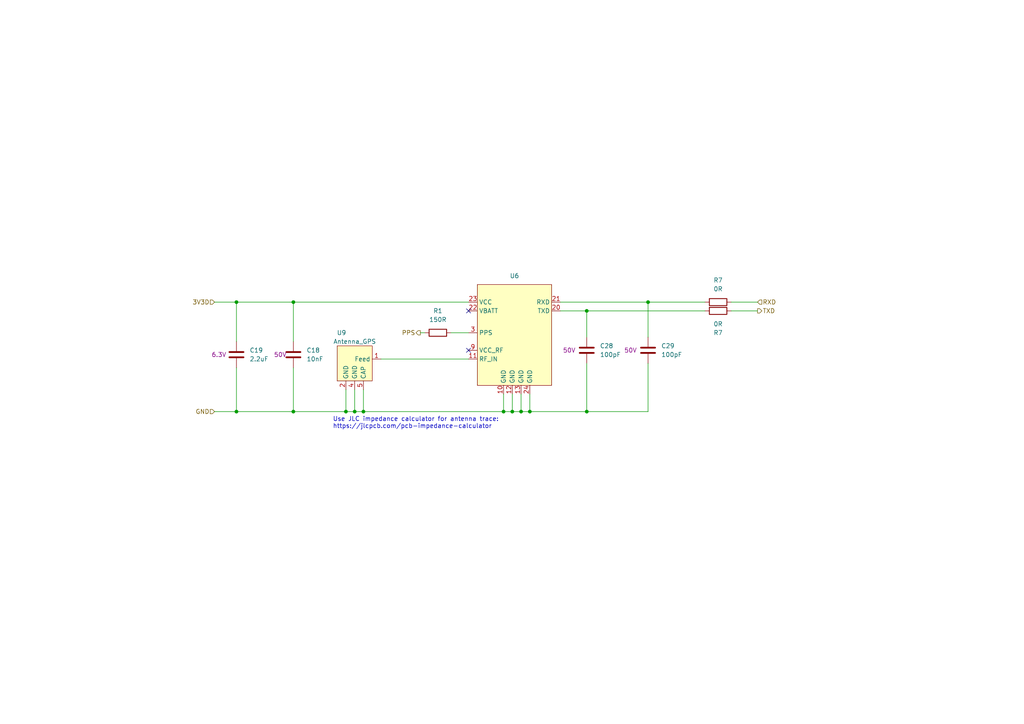
<source format=kicad_sch>
(kicad_sch (version 20230121) (generator eeschema)
  (paper "A4")
  (lib_symbols
    (symbol "Device:C" (pin_numbers hide) (pin_names (offset 0.254))
      (property "Reference" "C" (at 0.635 2.54 0))
      (property "Value" "C" (at 0.635 -2.54 0))
      (symbol "C_0_1"
        (polyline (pts (xy -2.032 -0.762) (xy 2.032 -0.762)) (stroke (width 0.508)))
        (polyline (pts (xy -2.032 0.762) (xy 2.032 0.762)) (stroke (width 0.508)))
      )
      (symbol "C_1_1"
        (pin passive line (at 0 3.81 270) (length 2.794) (name "~") (number "1"))
        (pin passive line (at 0 -3.81 90) (length 2.794) (name "~") (number "2"))
      )
    )
    (symbol "Device:R" (pin_numbers hide) (pin_names (offset 0))
      (property "Reference" "R" (at 2.032 0 90))
      (property "Value" "R" (at 0 0 90))
      (symbol "R_0_1"
        (rectangle (start -1.016 -2.54) (end 1.016 2.54) (stroke (width 0.254)))
      )
      (symbol "R_1_1"
        (pin passive line (at 0 3.81 270) (length 1.27) (name "~") (number "1"))
        (pin passive line (at 0 -3.81 90) (length 1.27) (name "~") (number "2"))
      )
    )
    (symbol "my_library:1582AT54A0045"
      (property "Reference" "U" (at 0 5.08 0))
      (symbol "1582AT54A0045_1_1"
        (rectangle (start -5.08 3.81) (end 5.08 -6.35) (fill (type background)))
        (pin input line (at 7.62 0 180) (length 2.54) (name "Feed") (number "1"))
        (pin input line (at -2.54 -8.89 90) (length 2.54) (name "GND") (number "2"))
        (pin no_connect line (at -11.43 1.27 0) (length 2.54) hide (name "NC") (number "3"))
        (pin input line (at 0 -8.89 90) (length 2.54) (name "GND") (number "4"))
        (pin input line (at 2.54 -8.89 90) (length 2.54) (name "CAP") (number "5"))
      )
    )
    (symbol "my_library:YIC31612EBGG"
      (property "Reference" "U" (at 0 12.7 0))
      (symbol "YIC31612EBGG_1_1"
        (rectangle (start -11.43 11.43) (end 10.16 -17.78) (fill (type background)))
        (pin no_connect line (at 0 -2.54 180) (length 2.54) hide (name "NC") (number "1"))
        (pin power_in line (at -3.81 -20.32 90) (length 2.54) (name "GND") (number "10"))
        (pin input line (at -13.97 -10.16 0) (length 2.54) (name "RF_IN") (number "11"))
        (pin power_in line (at -1.27 -20.32 90) (length 2.54) (name "GND") (number "12"))
        (pin power_in line (at 1.27 -20.32 90) (length 2.54) (name "GND") (number "13"))
        (pin no_connect line (at 0 -2.54 180) (length 2.54) hide (name "NC") (number "14"))
        (pin no_connect line (at 0 -2.54 180) (length 2.54) hide (name "NC") (number "15"))
        (pin no_connect line (at 0 -2.54 180) (length 2.54) hide (name "NC") (number "16"))
        (pin no_connect line (at 0 -2.54 180) (length 2.54) hide (name "NC") (number "17"))
        (pin no_connect line (at 0 -2.54 180) (length 2.54) hide (name "NC") (number "18"))
        (pin no_connect line (at 0 -2.54 180) (length 2.54) hide (name "NC") (number "19"))
        (pin no_connect line (at 0 -2.54 180) (length 2.54) hide (name "NC") (number "2"))
        (pin output line (at 12.7 3.81 180) (length 2.54) (name "TXD") (number "20"))
        (pin input line (at 12.7 6.35 180) (length 2.54) (name "RXD") (number "21"))
        (pin power_in line (at -13.97 3.81 0) (length 2.54) (name "VBATT") (number "22"))
        (pin power_in line (at -13.97 6.35 0) (length 2.54) (name "VCC") (number "23"))
        (pin power_in line (at 3.81 -20.32 90) (length 2.54) (name "GND") (number "24"))
        (pin output line (at -13.97 -2.54 0) (length 2.54) (name "PPS") (number "3"))
        (pin no_connect line (at 0 -2.54 180) (length 2.54) hide (name "NC") (number "4"))
        (pin no_connect line (at 0 -2.54 180) (length 2.54) hide (name "NC") (number "5"))
        (pin no_connect line (at 0 -2.54 180) (length 2.54) hide (name "NC") (number "6"))
        (pin no_connect line (at 0 -2.54 180) (length 2.54) hide (name "NC") (number "7"))
        (pin no_connect line (at 0 -2.54 180) (length 2.54) hide (name "NC") (number "8"))
        (pin output line (at -13.97 -7.62 0) (length 2.54) (name "VCC_RF") (number "9"))
      )
    )
  )
  (junction (at 85.09 119.38))
  (junction (at 85.09 87.63))
  (junction (at 105.41 119.38))
  (junction (at 68.58 119.38))
  (junction (at 148.59 119.38))
  (junction (at 151.13 119.38))
  (junction (at 153.67 119.38))
  (junction (at 146.05 119.38))
  (junction (at 170.18 90.17))
  (junction (at 187.96 87.63))
  (junction (at 170.18 119.38))
  (junction (at 68.58 87.63))
  (junction (at 100.33 119.38))
  (junction (at 102.87 119.38))
  (no_connect (at 135.89 90.17))
  (no_connect (at 135.89 101.6))
  (wire (pts (xy 153.67 119.38) (xy 170.18 119.38)))
  (wire (pts (xy 105.41 119.38) (xy 146.05 119.38)))
  (wire (pts (xy 151.13 119.38) (xy 153.67 119.38)))
  (wire (pts (xy 162.56 87.63) (xy 187.96 87.63)))
  (wire (pts (xy 212.09 90.17) (xy 219.71 90.17)))
  (wire (pts (xy 170.18 90.17) (xy 170.18 97.79)))
  (wire (pts (xy 187.96 119.38) (xy 187.96 105.41)))
  (wire (pts (xy 62.23 87.63) (xy 68.58 87.63)))
  (wire (pts (xy 102.87 119.38) (xy 105.41 119.38)))
  (wire (pts (xy 148.59 119.38) (xy 151.13 119.38)))
  (wire (pts (xy 62.23 119.38) (xy 68.58 119.38)))
  (wire (pts (xy 170.18 119.38) (xy 170.18 105.41)))
  (wire (pts (xy 110.49 104.14) (xy 135.89 104.14)))
  (wire (pts (xy 100.33 119.38) (xy 102.87 119.38)))
  (wire (pts (xy 68.58 87.63) (xy 85.09 87.63)))
  (wire (pts (xy 85.09 106.68) (xy 85.09 119.38)))
  (wire (pts (xy 148.59 119.38) (xy 148.59 114.3)))
  (wire (pts (xy 121.92 96.52) (xy 123.19 96.52)))
  (wire (pts (xy 100.33 113.03) (xy 100.33 119.38)))
  (wire (pts (xy 146.05 119.38) (xy 148.59 119.38)))
  (wire (pts (xy 153.67 119.38) (xy 153.67 114.3)))
  (wire (pts (xy 170.18 90.17) (xy 204.47 90.17)))
  (wire (pts (xy 68.58 106.68) (xy 68.58 119.38)))
  (wire (pts (xy 85.09 87.63) (xy 135.89 87.63)))
  (wire (pts (xy 102.87 113.03) (xy 102.87 119.38)))
  (wire (pts (xy 85.09 119.38) (xy 100.33 119.38)))
  (wire (pts (xy 212.09 87.63) (xy 219.71 87.63)))
  (wire (pts (xy 187.96 87.63) (xy 204.47 87.63)))
  (wire (pts (xy 162.56 90.17) (xy 170.18 90.17)))
  (wire (pts (xy 170.18 119.38) (xy 187.96 119.38)))
  (wire (pts (xy 68.58 99.06) (xy 68.58 87.63)))
  (wire (pts (xy 151.13 119.38) (xy 151.13 114.3)))
  (wire (pts (xy 85.09 99.06) (xy 85.09 87.63)))
  (wire (pts (xy 187.96 87.63) (xy 187.96 97.79)))
  (wire (pts (xy 68.58 119.38) (xy 85.09 119.38)))
  (wire (pts (xy 130.81 96.52) (xy 135.89 96.52)))
  (wire (pts (xy 105.41 113.03) (xy 105.41 119.38)))
  (wire (pts (xy 146.05 119.38) (xy 146.05 114.3)))
  (text "Use JLC impedance calculator for antenna trace:\nhttps://jlcpcb.com/pcb-impedance-calculator" (at 96.52 124.46 0) (effects (font (size 1.27 1.27)) (justify left bottom)))
  (hierarchical_label "GND" (shape input) (at 62.23 119.38 180))
  (hierarchical_label "PPS" (shape output) (at 121.92 96.52 180))
  (hierarchical_label "TXD" (shape output) (at 219.71 90.17 0))
  (hierarchical_label "3V3D" (shape input) (at 62.23 87.63 180))
  (hierarchical_label "RXD" (shape input) (at 219.71 87.63 0))
  (symbol (lib_id "Device:C") (at 170.18 101.6 0) (unit 1)
    (property "Reference" "C28" (at 173.99 100.33 0) (effects (justify left)))
    (property "Value" "100pF" (at 173.99 102.87 0) (effects (justify left)))
    (property "Footprint" "Capacitor_SMD:C_0402_1005Metric" (effects hide))
    (property "Datasheet" "https://wmsc.lcsc.com/wmsc/upload/file/pdf/v2/lcsc/2304140030_FH--Guangdong-Fenghua-Advanced-Tech-0402CG101J500NT_C1546.pdf" (effects hide))
    (property "Manufacturer PN" "0402CG101J500NT" (effects hide))
    (property "Supplier PN" "C1546" (effects hide))
    (property "Supplier" "JLC" (effects hide))
    (property "Voltage" "50V" (at 165.1 101.6 0))
  )
  (symbol (lib_id "Device:R") (at 208.28 87.63 90) (unit 1)
    (property "Reference" "R7" (at 208.28 81.28 90))
    (property "Value" "0R" (at 208.28 83.82 90))
    (property "Footprint" "Resistor_SMD:R_0402_1005Metric" (effects hide))
    (property "Datasheet" "https://wmsc.lcsc.com/wmsc/upload/file/pdf/v2/lcsc/2206010216_UNI-ROYAL-Uniroyal-Elec-0402WGF0000TCE_C17168.pdf" (effects hide))
    (property "Manufacturer PN" "0402WGF0000TCE" (effects hide))
    (property "Supplier PN" "C17168" (effects hide))
    (property "Supplier" "JLC" (effects hide))
    (instances (project "flight_computer" (path "" (reference "R7") (unit 1)) (path "" (reference "R19") (unit 1))))
  )
  (symbol (lib_id "my_library:YIC31612EBGG") (at 149.86 93.98 0) (unit 1)
    (property "Reference" "U6" (at 149.225 80.01 0))
    (property "Value" "YIC31612EBGG" (effects hide))
    (property "Footprint" "my_footprints:24-SMD Module" (effects hide))
    (property "Datasheet" "https://www.yic.com.tw/wp-content/uploads/2022/01/YIC31612EBGG.pdf" (effects hide))
    (property "Manufacturer PN" "YIC31612EBGG" (effects hide))
    (property "Supplier PN" "3155-YIC31612EBGGCT-ND" (effects hide))
    (property "Supplier" "Digikey" (effects hide))
  )
  (symbol (lib_id "Device:C") (at 68.58 102.87 0) (unit 1)
    (property "Reference" "C19" (at 72.39 101.6 0) (effects (justify left)))
    (property "Value" "2.2uF" (at 72.39 104.14 0) (effects (justify left)))
    (property "Footprint" "Capacitor_SMD:C_0402_1005Metric" (effects hide))
    (property "Datasheet" "https://wmsc.lcsc.com/wmsc/upload/file/pdf/v2/lcsc/2304140030_Samsung-Electro-Mechanics-CL05A225MQ5NSNC_C12530.pdf" (effects hide))
    (property "Manufacturer PN" "CL05A225MQ5NSNC" (effects hide))
    (property "Supplier PN" "C12530" (effects hide))
    (property "Supplier" "JLC" (effects hide))
    (property "Voltage" "6.3V" (at 63.5 102.87 0))
    (instances (project "flight_computer" (path "" (reference "C19") (unit 1)) (path "" (reference "C26") (unit 1))))
  )
  (symbol (lib_id "Device:C") (at 85.09 102.87 0) (unit 1)
    (property "Reference" "C18" (at 88.9 101.6 0) (effects (justify left)))
    (property "Value" "10nF" (at 88.9 104.14 0) (effects (justify left)))
    (property "Footprint" "Capacitor_SMD:C_0402_1005Metric" (effects hide))
    (property "Datasheet" "https://wmsc.lcsc.com/wmsc/upload/file/pdf/v2/lcsc/2304140030_Samsung-Electro-Mechanics-CL05B103KB5NNNC_C15195.pdf" (effects hide))
    (property "Manufacturer PN" "CL05B103KB5NNNC" (effects hide))
    (property "Supplier PN" "C15195" (effects hide))
    (property "Supplier" "JLC" (effects hide))
    (property "Voltage" "50V" (at 81.28 102.87 0))
    (instances (project "flight_computer" (path "" (reference "C18") (unit 1)) (path "" (reference "C27") (unit 1))))
  )
  (symbol (lib_id "my_library:1582AT54A0045") (at 102.87 104.14 0) (unit 1)
    (property "Reference" "U9" (at 99.06 96.52 0))
    (property "Value" "Antenna_GPS" (at 102.87 99.06 0))
    (property "Footprint" "my_footprints:1582AT54A0045" (effects hide))
    (property "Datasheet" "https://www.johansontechnology.com/datasheets/1582AT54A0045/1582AT54A0045.pdf" (effects hide))
  )
  (symbol (lib_id "Device:R") (at 208.28 90.17 90) (mirror x) (unit 1)
    (property "Reference" "R7" (at 208.28 96.52 90))
    (property "Value" "0R" (at 208.28 93.98 90))
    (property "Footprint" "Resistor_SMD:R_0402_1005Metric" (effects hide))
    (property "Datasheet" "https://wmsc.lcsc.com/wmsc/upload/file/pdf/v2/lcsc/2206010216_UNI-ROYAL-Uniroyal-Elec-0402WGF0000TCE_C17168.pdf" (effects hide))
    (property "Manufacturer PN" "0402WGF0000TCE" (effects hide))
    (property "Supplier PN" "C17168" (effects hide))
    (property "Supplier" "JLC" (effects hide))
    (instances (project "flight_computer" (path "" (reference "R7") (unit 1)) (path "" (reference "R20") (unit 1))))
  )
  (symbol (lib_id "Device:C") (at 187.96 101.6 0) (unit 1)
    (property "Reference" "C29" (at 191.77 100.33 0) (effects (justify left)))
    (property "Value" "100pF" (at 191.77 102.87 0) (effects (justify left)))
    (property "Footprint" "Capacitor_SMD:C_0402_1005Metric" (effects hide))
    (property "Datasheet" "https://wmsc.lcsc.com/wmsc/upload/file/pdf/v2/lcsc/2304140030_FH--Guangdong-Fenghua-Advanced-Tech-0402CG101J500NT_C1546.pdf" (effects hide))
    (property "Manufacturer PN" "0402CG101J500NT" (effects hide))
    (property "Supplier PN" "C1546" (effects hide))
    (property "Supplier" "JLC" (effects hide))
    (property "Voltage" "50V" (at 182.88 101.6 0))
  )
  (symbol (lib_id "Device:R") (at 127 96.52 90) (unit 1)
    (property "Reference" "R1" (at 127 90.17 90))
    (property "Value" "150R" (at 127 92.71 90))
    (property "Footprint" "Resistor_SMD:R_0402_1005Metric" (effects hide))
    (property "Datasheet" "https://wmsc.lcsc.com/wmsc/upload/file/pdf/v2/lcsc/2205311900_UNI-ROYAL-Uniroyal-Elec-0402WGF1500TCE_C25082.pdf" (effects hide))
    (property "Manufacturer PN" "0402WGF1500TCE" (effects hide))
    (property "Supplier PN" "C25082" (effects hide))
    (property "Supplier" "JLC" (effects hide))
    (instances (project "flight_computer" (path "" (reference "R1") (unit 1)) (path "" (reference "R18") (unit 1))))
  )
)
</source>
